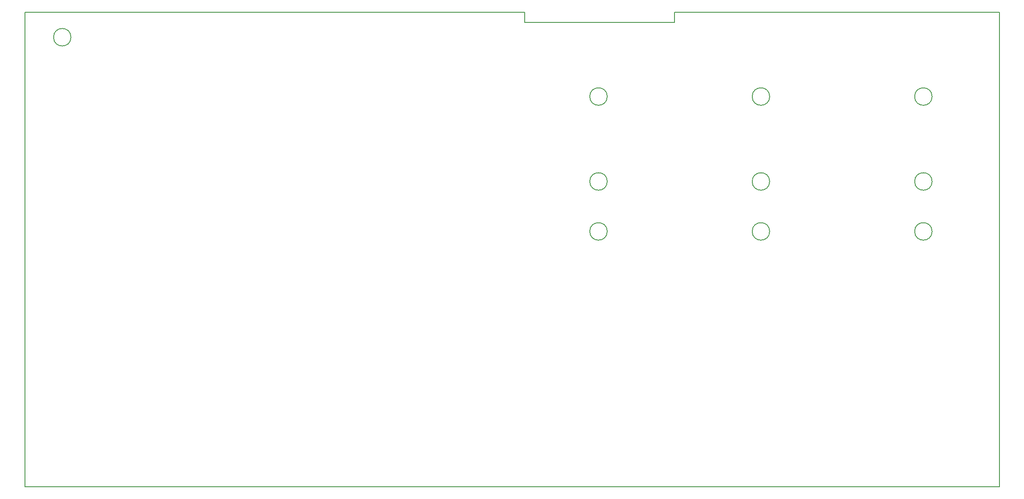
<source format=gm1>
G04 #@! TF.GenerationSoftware,KiCad,Pcbnew,(5.1.7)-1*
G04 #@! TF.CreationDate,2022-11-12T18:17:31+01:00*
G04 #@! TF.ProjectId,Netzteil-Modul,4e65747a-7465-4696-9c2d-4d6f64756c2e,rev?*
G04 #@! TF.SameCoordinates,Original*
G04 #@! TF.FileFunction,Profile,NP*
%FSLAX46Y46*%
G04 Gerber Fmt 4.6, Leading zero omitted, Abs format (unit mm)*
G04 Created by KiCad (PCBNEW (5.1.7)-1) date 2022-11-12 18:17:31*
%MOMM*%
%LPD*%
G01*
G04 APERTURE LIST*
G04 #@! TA.AperFunction,Profile*
%ADD10C,0.150000*%
G04 #@! TD*
G04 APERTURE END LIST*
D10*
X231550000Y-66875000D02*
G75*
G03*
X231550000Y-66875000I-1750000J0D01*
G01*
X231550000Y-83875000D02*
G75*
G03*
X231550000Y-83875000I-1750000J0D01*
G01*
X231550000Y-93875000D02*
G75*
G03*
X231550000Y-93875000I-1750000J0D01*
G01*
X199050000Y-93875000D02*
G75*
G03*
X199050000Y-93875000I-1750000J0D01*
G01*
X199050000Y-83875000D02*
G75*
G03*
X199050000Y-83875000I-1750000J0D01*
G01*
X199050000Y-66875000D02*
G75*
G03*
X199050000Y-66875000I-1750000J0D01*
G01*
X166550000Y-93875000D02*
G75*
G03*
X166550000Y-93875000I-1750000J0D01*
G01*
X166550000Y-83875000D02*
G75*
G03*
X166550000Y-83875000I-1750000J0D01*
G01*
X166550000Y-66875000D02*
G75*
G03*
X166550000Y-66875000I-1750000J0D01*
G01*
X180000000Y-50000000D02*
X245000000Y-50000000D01*
X180000000Y-52000000D02*
X180000000Y-50000000D01*
X150000000Y-52000000D02*
X180000000Y-52000000D01*
X150000000Y-50000000D02*
X150000000Y-52000000D01*
X59250000Y-55000000D02*
G75*
G03*
X59250000Y-55000000I-1750000J0D01*
G01*
X150000000Y-50000000D02*
X50000000Y-50000000D01*
X245000000Y-145000000D02*
X245000000Y-50000000D01*
X50000000Y-145000000D02*
X245000000Y-145000000D01*
X50000000Y-50000000D02*
X50000000Y-145000000D01*
M02*

</source>
